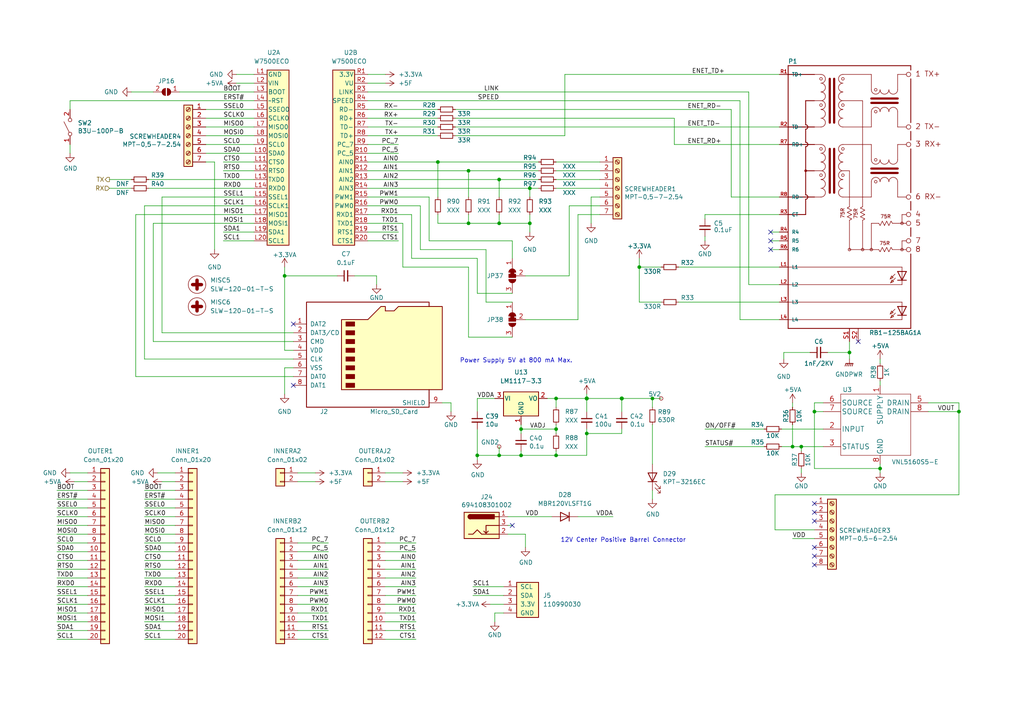
<source format=kicad_sch>
(kicad_sch (version 20211123) (generator eeschema)
  (paper "A4")
  (junction (at 135.89 64.77))
  (junction (at 170.18 125.73) (diameter 0.9144))
  (junction (at 144.78 52.07))
  (junction (at 153.67 64.77))
  (junction (at 144.78 64.77))
  (junction (at 278.13 119.38))
  (junction (at 185.42 77.47))
  (junction (at 229.87 129.54))
  (junction (at 161.29 132.08) (diameter 0.9144))
  (junction (at 189.23 115.57) (diameter 0.9144))
  (junction (at 151.13 132.08) (diameter 0.9144))
  (junction (at 153.67 54.61))
  (junction (at 82.55 80.01))
  (junction (at 236.22 119.38))
  (junction (at 151.13 124.46) (diameter 0.9144))
  (junction (at 180.34 115.57) (diameter 1.016))
  (junction (at 170.18 115.57) (diameter 1.016))
  (junction (at 232.41 129.54))
  (junction (at 246.38 102.235))
  (junction (at 161.29 124.46) (diameter 0.9144))
  (junction (at 127 46.99))
  (junction (at 161.29 115.57) (diameter 0.9144))
  (junction (at 138.43 132.08) (diameter 0.9144))
  (junction (at 144.78 132.08))
  (junction (at 135.89 49.53))
  (junction (at 255.27 135.89))
  (no_connect (at 236.22 146.05))
  (no_connect (at 236.22 148.59))
  (no_connect (at 223.52 67.31))
  (no_connect (at 223.52 69.85))
  (no_connect (at 223.52 72.39))
  (no_connect (at 85.09 93.98))
  (no_connect (at 85.09 111.76))
  (no_connect (at 236.22 151.13))
  (no_connect (at 236.22 158.75))
  (no_connect (at 148.59 152.4))
  (no_connect (at 248.92 99.06))
  (no_connect (at 236.22 161.29))
  (no_connect (at 236.22 163.83))
  (wire (pts (xy 111.76 185.42) (xy 120.65 185.42)))
  (wire (pts (xy 16.51 149.86) (xy 25.4 149.86)))
  (wire (pts (xy 111.76 139.7) (xy 116.84 139.7)))
  (wire (pts (xy 138.43 124.46) (xy 138.43 132.08)))
  (wire (pts (xy 232.41 135.89) (xy 232.41 137.16)))
  (wire (pts (xy 41.91 165.1) (xy 50.8 165.1)))
  (wire (pts (xy 16.51 165.1) (xy 25.4 165.1)))
  (wire (pts (xy 170.18 125.73) (xy 180.34 125.73)))
  (wire (pts (xy 64.77 69.85) (xy 73.66 69.85)))
  (wire (pts (xy 232.41 129.54) (xy 232.41 130.81)))
  (wire (pts (xy 111.76 160.02) (xy 120.65 160.02)))
  (wire (pts (xy 161.29 115.57) (xy 158.75 115.57)))
  (wire (pts (xy 16.51 185.42) (xy 25.4 185.42)))
  (wire (pts (xy 41.91 162.56) (xy 50.8 162.56)))
  (wire (pts (xy 171.45 57.15) (xy 171.45 64.77)))
  (wire (pts (xy 173.99 57.15) (xy 171.45 57.15)))
  (wire (pts (xy 59.69 36.83) (xy 73.66 36.83)))
  (wire (pts (xy 170.18 115.57) (xy 161.29 115.57)))
  (wire (pts (xy 240.03 102.235) (xy 246.38 102.235)))
  (wire (pts (xy 111.76 162.56) (xy 120.65 162.56)))
  (wire (pts (xy 269.24 116.84) (xy 278.13 116.84)))
  (wire (pts (xy 255.27 110.49) (xy 255.27 111.76)))
  (wire (pts (xy 16.51 167.64) (xy 25.4 167.64)))
  (wire (pts (xy 41.91 175.26) (xy 50.8 175.26)))
  (wire (pts (xy 153.67 54.61) (xy 153.67 57.15)))
  (wire (pts (xy 106.68 26.67) (xy 217.17 26.67)))
  (wire (pts (xy 217.17 26.67) (xy 217.17 82.55)))
  (wire (pts (xy 217.17 82.55) (xy 226.06 82.55)))
  (wire (pts (xy 147.32 152.4) (xy 148.59 152.4)))
  (wire (pts (xy 73.66 24.13) (xy 68.58 24.13)))
  (wire (pts (xy 204.47 62.23) (xy 204.47 63.5)))
  (wire (pts (xy 226.06 62.23) (xy 204.47 62.23)))
  (wire (pts (xy 196.85 77.47) (xy 226.06 77.47)))
  (wire (pts (xy 16.51 180.34) (xy 25.4 180.34)))
  (wire (pts (xy 189.23 115.57) (xy 191.77 115.57)))
  (wire (pts (xy 106.68 21.59) (xy 111.76 21.59)))
  (wire (pts (xy 41.91 182.88) (xy 50.8 182.88)))
  (wire (pts (xy 111.76 177.8) (xy 120.65 177.8)))
  (wire (pts (xy 106.68 57.15) (xy 124.46 57.15)))
  (wire (pts (xy 20.32 29.21) (xy 73.66 29.21)))
  (wire (pts (xy 119.38 74.93) (xy 119.38 62.23)))
  (wire (pts (xy 138.43 74.93) (xy 119.38 74.93)))
  (wire (pts (xy 138.43 85.09) (xy 138.43 74.93)))
  (wire (pts (xy 148.59 85.09) (xy 138.43 85.09)))
  (wire (pts (xy 111.76 175.26) (xy 120.65 175.26)))
  (wire (pts (xy 16.51 162.56) (xy 25.4 162.56)))
  (wire (pts (xy 16.51 152.4) (xy 25.4 152.4)))
  (wire (pts (xy 151.13 124.46) (xy 151.13 123.19)))
  (wire (pts (xy 68.58 21.59) (xy 73.66 21.59)))
  (wire (pts (xy 43.18 54.61) (xy 73.66 54.61)))
  (wire (pts (xy 41.91 185.42) (xy 50.8 185.42)))
  (wire (pts (xy 106.68 39.37) (xy 127 39.37)))
  (wire (pts (xy 132.08 39.37) (xy 163.83 39.37)))
  (wire (pts (xy 45.72 137.16) (xy 50.8 137.16)))
  (wire (pts (xy 138.43 132.08) (xy 144.78 132.08)))
  (wire (pts (xy 147.32 149.86) (xy 160.02 149.86)))
  (wire (pts (xy 144.78 62.23) (xy 144.78 64.77)))
  (wire (pts (xy 246.38 99.06) (xy 246.38 102.235)))
  (wire (pts (xy 246.38 102.235) (xy 246.38 104.14)))
  (wire (pts (xy 41.91 59.69) (xy 73.66 59.69)))
  (wire (pts (xy 41.91 104.14) (xy 41.91 59.69)))
  (wire (pts (xy 85.09 104.14) (xy 41.91 104.14)))
  (wire (pts (xy 143.51 115.57) (xy 138.43 115.57)))
  (wire (pts (xy 86.36 162.56) (xy 95.25 162.56)))
  (wire (pts (xy 106.68 46.99) (xy 127 46.99)))
  (wire (pts (xy 127 46.99) (xy 156.21 46.99)))
  (wire (pts (xy 161.29 124.46) (xy 161.29 125.73)))
  (wire (pts (xy 41.91 144.78) (xy 50.8 144.78)))
  (wire (pts (xy 163.83 21.59) (xy 163.83 39.37)))
  (wire (pts (xy 163.83 21.59) (xy 226.06 21.59)))
  (wire (pts (xy 111.76 137.16) (xy 116.84 137.16)))
  (wire (pts (xy 151.13 124.46) (xy 151.13 125.73)))
  (wire (pts (xy 86.36 180.34) (xy 95.25 180.34)))
  (wire (pts (xy 111.76 157.48) (xy 120.65 157.48)))
  (wire (pts (xy 16.51 172.72) (xy 25.4 172.72)))
  (wire (pts (xy 204.47 68.58) (xy 204.47 69.85)))
  (wire (pts (xy 44.45 64.77) (xy 73.66 64.77)))
  (wire (pts (xy 44.45 99.06) (xy 44.45 64.77)))
  (wire (pts (xy 85.09 99.06) (xy 44.45 99.06)))
  (wire (pts (xy 167.64 62.23) (xy 167.64 92.71)))
  (wire (pts (xy 167.64 92.71) (xy 152.4 92.71)))
  (wire (pts (xy 173.99 62.23) (xy 167.64 62.23)))
  (wire (pts (xy 229.87 123.19) (xy 229.87 129.54)))
  (wire (pts (xy 153.67 64.77) (xy 153.67 67.31)))
  (wire (pts (xy 106.68 29.21) (xy 214.63 29.21)))
  (wire (pts (xy 214.63 92.71) (xy 214.63 29.21)))
  (wire (pts (xy 214.63 92.71) (xy 226.06 92.71)))
  (wire (pts (xy 62.23 46.99) (xy 59.69 46.99)))
  (wire (pts (xy 62.23 72.39) (xy 62.23 46.99)))
  (wire (pts (xy 52.07 26.67) (xy 73.66 26.67)))
  (wire (pts (xy 167.64 149.86) (xy 177.8 149.86)))
  (wire (pts (xy 16.51 147.32) (xy 25.4 147.32)))
  (wire (pts (xy 224.79 143.51) (xy 224.79 153.67)))
  (wire (pts (xy 278.13 119.38) (xy 278.13 143.51)))
  (wire (pts (xy 278.13 143.51) (xy 224.79 143.51)))
  (wire (pts (xy 116.84 64.77) (xy 116.84 77.47)))
  (wire (pts (xy 116.84 77.47) (xy 135.89 77.47)))
  (wire (pts (xy 135.89 77.47) (xy 135.89 97.79)))
  (wire (pts (xy 135.89 97.79) (xy 148.59 97.79)))
  (wire (pts (xy 41.91 167.64) (xy 50.8 167.64)))
  (wire (pts (xy 185.42 74.93) (xy 185.42 77.47)))
  (wire (pts (xy 106.68 34.29) (xy 127 34.29)))
  (wire (pts (xy 229.87 156.21) (xy 236.22 156.21)))
  (wire (pts (xy 161.29 130.81) (xy 161.29 132.08)))
  (wire (pts (xy 161.29 132.08) (xy 170.18 132.08)))
  (wire (pts (xy 143.51 177.8) (xy 143.51 180.34)))
  (wire (pts (xy 223.52 72.39) (xy 226.06 72.39)))
  (wire (pts (xy 226.06 67.31) (xy 223.52 67.31)))
  (wire (pts (xy 16.51 142.24) (xy 25.4 142.24)))
  (wire (pts (xy 25.4 139.7) (xy 21.59 139.7)))
  (wire (pts (xy 180.34 119.38) (xy 180.34 115.57)))
  (wire (pts (xy 86.36 137.16) (xy 91.44 137.16)))
  (wire (pts (xy 41.91 177.8) (xy 50.8 177.8)))
  (wire (pts (xy 152.4 154.94) (xy 152.4 158.75)))
  (wire (pts (xy 269.24 119.38) (xy 278.13 119.38)))
  (wire (pts (xy 278.13 119.38) (xy 278.13 116.84)))
  (wire (pts (xy 106.68 67.31) (xy 115.57 67.31)))
  (wire (pts (xy 41.91 152.4) (xy 50.8 152.4)))
  (wire (pts (xy 86.36 170.18) (xy 95.25 170.18)))
  (wire (pts (xy 255.27 134.62) (xy 255.27 135.89)))
  (wire (pts (xy 255.27 135.89) (xy 255.27 137.16)))
  (wire (pts (xy 86.36 175.26) (xy 95.25 175.26)))
  (wire (pts (xy 111.76 172.72) (xy 120.65 172.72)))
  (wire (pts (xy 16.51 154.94) (xy 25.4 154.94)))
  (wire (pts (xy 41.91 157.48) (xy 50.8 157.48)))
  (wire (pts (xy 137.16 170.18) (xy 146.05 170.18)))
  (wire (pts (xy 106.68 31.75) (xy 127 31.75)))
  (wire (pts (xy 41.91 142.24) (xy 50.8 142.24)))
  (wire (pts (xy 135.89 62.23) (xy 135.89 64.77)))
  (wire (pts (xy 180.34 125.73) (xy 180.34 124.46)))
  (wire (pts (xy 227.33 102.235) (xy 227.33 104.14)))
  (wire (pts (xy 234.95 102.235) (xy 227.33 102.235)))
  (wire (pts (xy 106.68 24.13) (xy 111.76 24.13)))
  (wire (pts (xy 161.29 49.53) (xy 173.99 49.53)))
  (wire (pts (xy 212.09 31.75) (xy 212.09 57.15)))
  (wire (pts (xy 212.09 57.15) (xy 226.06 57.15)))
  (wire (pts (xy 144.78 132.08) (xy 151.13 132.08)))
  (wire (pts (xy 16.51 157.48) (xy 25.4 157.48)))
  (wire (pts (xy 31.75 54.61) (xy 38.1 54.61)))
  (wire (pts (xy 16.51 170.18) (xy 25.4 170.18)))
  (wire (pts (xy 196.85 87.63) (xy 226.06 87.63)))
  (wire (pts (xy 130.81 116.84) (xy 128.27 116.84)))
  (wire (pts (xy 130.81 119.38) (xy 130.81 116.84)))
  (wire (pts (xy 41.91 180.34) (xy 50.8 180.34)))
  (wire (pts (xy 223.52 69.85) (xy 226.06 69.85)))
  (wire (pts (xy 152.4 80.01) (xy 165.1 80.01)))
  (wire (pts (xy 165.1 59.69) (xy 173.99 59.69)))
  (wire (pts (xy 165.1 80.01) (xy 165.1 59.69)))
  (wire (pts (xy 170.18 115.57) (xy 170.18 114.3)))
  (wire (pts (xy 64.77 46.99) (xy 73.66 46.99)))
  (wire (pts (xy 86.36 165.1) (xy 95.25 165.1)))
  (wire (pts (xy 189.23 115.57) (xy 189.23 118.11)))
  (wire (pts (xy 41.91 160.02) (xy 50.8 160.02)))
  (wire (pts (xy 170.18 132.08) (xy 170.18 125.73)))
  (wire (pts (xy 38.1 26.67) (xy 44.45 26.67)))
  (wire (pts (xy 127 36.83) (xy 106.68 36.83)))
  (wire (pts (xy 132.08 36.83) (xy 226.06 36.83)))
  (wire (pts (xy 111.76 182.88) (xy 120.65 182.88)))
  (wire (pts (xy 41.91 149.86) (xy 50.8 149.86)))
  (wire (pts (xy 20.32 137.16) (xy 25.4 137.16)))
  (wire (pts (xy 204.47 124.46) (xy 221.615 124.46)))
  (wire (pts (xy 226.695 124.46) (xy 238.76 124.46)))
  (wire (pts (xy 147.32 154.94) (xy 152.4 154.94)))
  (wire (pts (xy 43.18 52.07) (xy 73.66 52.07)))
  (wire (pts (xy 111.76 167.64) (xy 120.65 167.64)))
  (wire (pts (xy 132.08 31.75) (xy 212.09 31.75)))
  (wire (pts (xy 224.79 153.67) (xy 236.22 153.67)))
  (wire (pts (xy 86.36 160.02) (xy 95.25 160.02)))
  (wire (pts (xy 170.18 119.38) (xy 170.18 115.57)))
  (wire (pts (xy 229.87 116.84) (xy 229.87 118.11)))
  (wire (pts (xy 64.77 67.31) (xy 73.66 67.31)))
  (wire (pts (xy 137.16 172.72) (xy 146.05 172.72)))
  (wire (pts (xy 16.51 160.02) (xy 25.4 160.02)))
  (wire (pts (xy 161.29 123.19) (xy 161.29 124.46)))
  (wire (pts (xy 59.69 44.45) (xy 73.66 44.45)))
  (wire (pts (xy 124.46 57.15) (xy 124.46 69.85)))
  (wire (pts (xy 124.46 69.85) (xy 148.59 69.85)))
  (wire (pts (xy 148.59 69.85) (xy 148.59 74.93)))
  (wire (pts (xy 106.68 41.91) (xy 115.57 41.91)))
  (wire (pts (xy 142.24 175.26) (xy 146.05 175.26)))
  (wire (pts (xy 161.29 52.07) (xy 173.99 52.07)))
  (wire (pts (xy 111.76 170.18) (xy 120.65 170.18)))
  (wire (pts (xy 82.55 80.01) (xy 82.55 101.6)))
  (wire (pts (xy 82.55 101.6) (xy 85.09 101.6)))
  (wire (pts (xy 161.29 46.99) (xy 173.99 46.99)))
  (wire (pts (xy 31.75 52.07) (xy 38.1 52.07)))
  (wire (pts (xy 106.68 44.45) (xy 115.57 44.45)))
  (wire (pts (xy 180.34 115.57) (xy 170.18 115.57)))
  (wire (pts (xy 135.89 49.53) (xy 135.89 57.15)))
  (wire (pts (xy 86.36 172.72) (xy 95.25 172.72)))
  (wire (pts (xy 146.05 177.8) (xy 143.51 177.8)))
  (wire (pts (xy 64.77 49.53) (xy 73.66 49.53)))
  (wire (pts (xy 111.76 180.34) (xy 120.65 180.34)))
  (wire (pts (xy 59.69 41.91) (xy 73.66 41.91)))
  (wire (pts (xy 102.87 80.01) (xy 109.22 80.01)))
  (wire (pts (xy 109.22 80.01) (xy 109.22 82.55)))
  (wire (pts (xy 132.08 34.29) (xy 195.58 34.29)))
  (wire (pts (xy 195.58 34.29) (xy 195.58 41.91)))
  (wire (pts (xy 59.69 39.37) (xy 73.66 39.37)))
  (wire (pts (xy 144.78 52.07) (xy 144.78 57.15)))
  (wire (pts (xy 185.42 77.47) (xy 185.42 87.63)))
  (wire (pts (xy 191.77 77.47) (xy 185.42 77.47)))
  (wire (pts (xy 191.77 87.63) (xy 185.42 87.63)))
  (wire (pts (xy 151.13 130.81) (xy 151.13 132.08)))
  (wire (pts (xy 82.55 77.47) (xy 82.55 80.01)))
  (wire (pts (xy 16.51 144.78) (xy 25.4 144.78)))
  (wire (pts (xy 161.29 124.46) (xy 151.13 124.46)))
  (wire (pts (xy 59.69 34.29) (xy 73.66 34.29)))
  (wire (pts (xy 106.68 69.85) (xy 115.57 69.85)))
  (wire (pts (xy 16.51 182.88) (xy 25.4 182.88)))
  (wire (pts (xy 82.55 106.68) (xy 85.09 106.68)))
  (wire (pts (xy 41.91 147.32) (xy 50.8 147.32)))
  (wire (pts (xy 161.29 115.57) (xy 161.29 118.11)))
  (wire (pts (xy 121.92 59.69) (xy 121.92 72.39)))
  (wire (pts (xy 121.92 72.39) (xy 140.97 72.39)))
  (wire (pts (xy 140.97 72.39) (xy 140.97 87.63)))
  (wire (pts (xy 140.97 87.63) (xy 148.59 87.63)))
  (wire (pts (xy 16.51 175.26) (xy 25.4 175.26)))
  (wire (pts (xy 111.76 165.1) (xy 120.65 165.1)))
  (wire (pts (xy 204.47 129.54) (xy 221.615 129.54)))
  (wire (pts (xy 226.695 129.54) (xy 229.87 129.54)))
  (wire (pts (xy 229.87 129.54) (xy 232.41 129.54)))
  (wire (pts (xy 232.41 129.54) (xy 238.76 129.54)))
  (wire (pts (xy 41.91 170.18) (xy 50.8 170.18)))
  (wire (pts (xy 86.36 182.88) (xy 95.25 182.88)))
  (wire (pts (xy 255.27 104.14) (xy 255.27 105.41)))
  (wire (pts (xy 50.8 139.7) (xy 46.99 139.7)))
  (wire (pts (xy 161.29 54.61) (xy 173.99 54.61)))
  (wire (pts (xy 138.43 115.57) (xy 138.43 119.38)))
  (wire (pts (xy 46.99 57.15) (xy 46.99 96.52)))
  (wire (pts (xy 46.99 96.52) (xy 85.09 96.52)))
  (wire (pts (xy 73.66 57.15) (xy 46.99 57.15)))
  (wire (pts (xy 86.36 167.64) (xy 95.25 167.64)))
  (wire (pts (xy 236.22 116.84) (xy 236.22 119.38)))
  (wire (pts (xy 236.22 119.38) (xy 238.76 119.38)))
  (wire (pts (xy 238.76 116.84) (xy 236.22 116.84)))
  (wire (pts (xy 195.58 41.91) (xy 226.06 41.91)))
  (wire (pts (xy 16.51 177.8) (xy 25.4 177.8)))
  (wire (pts (xy 138.43 132.08) (xy 138.43 133.35)))
  (wire (pts (xy 161.29 132.08) (xy 151.13 132.08)))
  (wire (pts (xy 106.68 49.53) (xy 135.89 49.53)))
  (wire (pts (xy 135.89 49.53) (xy 156.21 49.53)))
  (wire (pts (xy 127 46.99) (xy 127 57.15)))
  (wire (pts (xy 59.69 31.75) (xy 73.66 31.75)))
  (wire (pts (xy 189.23 115.57) (xy 180.34 115.57)))
  (wire (pts (xy 189.23 123.19) (xy 189.23 134.62)))
  (wire (pts (xy 86.36 177.8) (xy 95.25 177.8)))
  (wire (pts (xy 236.22 119.38) (xy 236.22 135.89)))
  (wire (pts (xy 236.22 135.89) (xy 255.27 135.89)))
  (wire (pts (xy 170.18 124.46) (xy 170.18 125.73)))
  (wire (pts (xy 106.68 62.23) (xy 119.38 62.23)))
  (wire (pts (xy 106.68 59.69) (xy 121.92 59.69)))
  (wire (pts (xy 86.36 157.48) (xy 95.25 157.48)))
  (wire (pts (xy 41.91 154.94) (xy 50.8 154.94)))
  (wire (pts (xy 82.55 80.01) (xy 97.79 80.01)))
  (wire (pts (xy 86.36 185.42) (xy 95.25 185.42)))
  (wire (pts (xy 106.68 52.07) (xy 144.78 52.07)))
  (wire (pts (xy 144.78 52.07) (xy 156.21 52.07)))
  (wire (pts (xy 41.91 172.72) (xy 50.8 172.72)))
  (wire (pts (xy 106.68 64.77) (xy 116.84 64.77)))
  (wire (pts (xy 82.55 114.3) (xy 82.55 106.68)))
  (wire (pts (xy 106.68 54.61) (xy 153.67 54.61)))
  (wire (pts (xy 153.67 54.61) (xy 156.21 54.61)))
  (wire (pts (xy 127 62.23) (xy 127 64.77)))
  (wire (pts (xy 127 64.77) (xy 135.89 64.77)))
  (wire (pts (xy 135.89 64.77) (xy 144.78 64.77)))
  (wire (pts (xy 144.78 64.77) (xy 153.67 64.77)))
  (wire (pts (xy 153.67 64.77) (xy 153.67 62.23)))
  (wire (pts (xy 39.37 62.23) (xy 39.37 109.22)))
  (wire (pts (xy 39.37 109.22) (xy 85.09 109.22)))
  (wire (pts (xy 73.66 62.23) (xy 39.37 62.23)))
  (wire (pts (xy 20.32 41.91) (xy 20.32 44.45)))
  (wire (pts (xy 86.36 139.7) (xy 91.44 139.7)))
  (wire (pts (xy 20.32 29.21) (xy 20.32 31.75)))
  (wire (pts (xy 144.78 129.54) (xy 144.78 132.08)))
  (wire (pts (xy 189.23 142.24) (xy 189.23 144.78)))
  (text "12V Center Positive Barrel Connector" (at 162.56 157.48 0) (effects (font (size 1.27 1.27)) (justify left bottom)))
  (text "Power Supply 5V at 800 mA Max." (at 133.35 105.41 0) (effects (font (size 1.27 1.27)) (justify left bottom)))
  (label "RTS1" (at 95.25 182.88 180))
  (label "TXD1" (at 95.25 180.34 180))
  (label "SDA1" (at 137.16 172.72 0))
  (label "ON{slash}OFF#" (at 204.47 124.46 0))
  (label "SDA1" (at 64.77 67.31 0))
  (label "RXD0" (at 41.91 170.18 0))
  (label "SCLK0" (at 16.51 149.86 0))
  (label "SSEL1" (at 16.51 172.72 0))
  (label "MISO0" (at 41.91 152.4 0))
  (label "TX-" (at 115.57 36.83 180))
  (label "RTS0" (at 64.77 49.53 0))
  (label "BOOT" (at 16.51 142.24 0))
  (label "MOSI1" (at 64.77 64.77 0))
  (label "ERST#" (at 64.77 29.21 0))
  (label "SDA0" (at 16.51 160.02 0))
  (label "CTS1" (at 115.57 69.85 180))
  (label "SCLK1" (at 16.51 175.26 0))
  (label "AIN0" (at 95.25 162.56 180))
  (label "AIN0" (at 115.57 46.99 180))
  (label "RTS0" (at 16.51 165.1 0))
  (label "BOOT" (at 41.91 142.24 0))
  (label "SDA1" (at 16.51 182.88 0))
  (label "VOUT" (at 276.86 119.38 180))
  (label "SCLK0" (at 41.91 149.86 0))
  (label "TXD0" (at 64.77 52.07 0))
  (label "CTS0" (at 41.91 162.56 0))
  (label "AIN2" (at 95.25 167.64 180))
  (label "PWM1" (at 95.25 172.72 180))
  (label "SCLK1" (at 41.91 175.26 0))
  (label "LINK" (at 144.78 26.67 180))
  (label "VDDA" (at 138.43 115.57 0))
  (label "CTS1" (at 95.25 185.42 180))
  (label "AIN3" (at 120.65 170.18 180))
  (label "TXD0" (at 16.51 167.64 0))
  (label "MISO1" (at 64.77 62.23 0))
  (label "CTS0" (at 16.51 162.56 0))
  (label "PWM0" (at 115.57 59.69 180))
  (label "ENET_TD+" (at 200.66 21.59 0))
  (label "RXD1" (at 95.25 177.8 180))
  (label "ENET_RD+" (at 199.39 41.91 0))
  (label "ERST#" (at 16.51 144.78 0))
  (label "TXD0" (at 41.91 167.64 0))
  (label "PWM0" (at 95.25 175.26 180))
  (label "VDD" (at 152.4 149.86 0))
  (label "SCL1" (at 137.16 170.18 0))
  (label "SDA0" (at 41.91 160.02 0))
  (label "CTS0" (at 64.77 46.99 0))
  (label "SSEL1" (at 41.91 172.72 0))
  (label "MOSI0" (at 16.51 154.94 0))
  (label "AIN1" (at 120.65 165.1 180))
  (label "SSEL0" (at 41.91 147.32 0))
  (label "PC_7" (at 95.25 157.48 180))
  (label "AIN1" (at 95.25 165.1 180))
  (label "MOSI1" (at 41.91 180.34 0))
  (label "SSEL1" (at 64.77 57.15 0))
  (label "PC_7" (at 115.57 41.91 180))
  (label "BOOT" (at 64.77 26.67 0))
  (label "MOSI0" (at 64.77 39.37 0))
  (label "RXD1" (at 115.57 62.23 180))
  (label "AIN0" (at 120.65 162.56 180))
  (label "RX-" (at 115.57 31.75 180))
  (label "AIN3" (at 115.57 54.61 180))
  (label "MOSI1" (at 16.51 180.34 0))
  (label "SCLK1" (at 64.77 59.69 0))
  (label "SCL1" (at 64.77 69.85 0))
  (label "PWM1" (at 115.57 57.15 180))
  (label "MOSI0" (at 41.91 154.94 0))
  (label "RTS0" (at 41.91 165.1 0))
  (label "RXD0" (at 16.51 170.18 0))
  (label "MISO1" (at 41.91 177.8 0))
  (label "SCLK0" (at 64.77 34.29 0))
  (label "TXD1" (at 120.65 180.34 180))
  (label "RTS1" (at 115.57 67.31 180))
  (label "RX+" (at 115.57 34.29 180))
  (label "VDD" (at 229.87 156.21 0))
  (label "SDA1" (at 41.91 182.88 0))
  (label "TX+" (at 115.57 39.37 180))
  (label "VADJ" (at 153.67 124.46 0))
  (label "CTS1" (at 120.65 185.42 180))
  (label "SCL0" (at 41.91 157.48 0))
  (label "PC_5" (at 120.65 160.02 180))
  (label "MISO1" (at 16.51 177.8 0))
  (label "SDA0" (at 64.77 44.45 0))
  (label "PC_5" (at 115.57 44.45 180))
  (label "PWM0" (at 120.65 175.26 180))
  (label "AIN3" (at 95.25 170.18 180))
  (label "AIN1" (at 115.57 49.53 180))
  (label "MISO0" (at 16.51 152.4 0))
  (label "PWM1" (at 120.65 172.72 180))
  (label "TXD1" (at 115.57 64.77 180))
  (label "PC_7" (at 120.65 157.48 180))
  (label "ENET_RD-" (at 199.39 31.75 0))
  (label "VDDA" (at 177.8 149.86 180))
  (label "ENET_TD-" (at 199.39 36.83 0))
  (label "SCL1" (at 41.91 185.42 0))
  (label "RXD1" (at 120.65 177.8 180))
  (label "AIN2" (at 115.57 52.07 180))
  (label "SCL0" (at 64.77 41.91 0))
  (label "SSEL0" (at 16.51 147.32 0))
  (label "ERST#" (at 41.91 144.78 0))
  (label "PC_5" (at 95.25 160.02 180))
  (label "SCL0" (at 16.51 157.48 0))
  (label "SPEED" (at 144.78 29.21 180))
  (label "SCL1" (at 16.51 185.42 0))
  (label "AIN2" (at 120.65 167.64 180))
  (label "SSEL0" (at 64.77 31.75 0))
  (label "MISO0" (at 64.77 36.83 0))
  (label "RXD0" (at 64.77 54.61 0))
  (label "RTS1" (at 120.65 182.88 180))
  (label "STATUS#" (at 204.47 129.54 0))
  (hierarchical_label "RX" (shape input) (at 31.75 54.61 180))
  (hierarchical_label "TX" (shape output) (at 31.75 52.07 180))
  (symbol (lib_id "power:GND") (at 143.51 180.34 0) (unit 1)
    (property "Reference" "#PWR0165" (effects hide))
    (property "Value" "GND" (at 143.51 184.15 0))
  )
  (symbol (lib_id "Device:R_Small") (at 229.87 120.65 0) (mirror y) (unit 1)
    (property "Reference" "R36" (at 227.965 120.65 90))
    (property "Value" "10K" (at 231.775 120.65 90))
    (property "Footprint" "Resistor_SMD:R_1206_3216Metric_Pad1.30x1.75mm_HandSolder" (effects hide))
  )
  (symbol (lib_id "Connector:TestPoint_Small") (at 144.78 129.54 90) (unit 1)
    (property "Reference" "GND2" (at 144.7799 128.27 90) (effects (justify left)))
    (property "Value" "DNF" (effects hide))
    (property "Footprint" "DASADSTL:PADDY" (effects hide))
  )
  (symbol (lib_id "Jumper:SolderJumper_2_Open") (at 48.26 26.67 180) (unit 1)
    (property "Reference" "JP16" (at 48.26 23.495 0))
    (property "Value" "DNF" (effects hide))
    (property "Footprint" "Jumper:SolderJumper-2_P1.3mm_Open_RoundedPad1.0x1.5mm" (effects hide))
  )
  (symbol (lib_id "Connector_Generic:Conn_01x20") (at 55.88 160.02 0) (unit 1)
    (property "Reference" "INNER1" (at 50.8 130.8099 0) (effects (justify left)))
    (property "Value" "Conn_01x20" (at 49.53 133.3499 0) (effects (justify left)))
    (property "Footprint" "Connector_PinHeader_2.54mm:PinHeader_1x20_P2.54mm_Vertical" (effects hide))
  )
  (symbol (lib_id "Connector:Screw_Terminal_01x08") (at 241.3 153.67 0) (unit 1)
    (property "Reference" "SCREWHEADER3" (at 243.332 153.8732 0) (effects (justify left)))
    (property "Value" "MPT-0,5-6-2.54" (at 243.332 156.1846 0) (effects (justify left)))
    (property "Footprint" "TerminalBlock_Phoenix:TerminalBlock_Phoenix_MPT-0,5-8-2.54_1x08_P2.54mm_Horizontal" (effects hide))
    (property "Desc" "Phoenix_MPT-0,5-6-2.54_1x06_P2.54mm_Horizontal" (effects hide))
    (property "Dist" "Farnell" (effects hide))
    (property "Dist PN" "3041426" (effects hide))
    (property "Manu" "Phoenix Contact" (effects hide))
    (property "Manu PN" "1725698" (effects hide))
  )
  (symbol (lib_id "Connector_Generic:Conn_01x02") (at 81.28 137.16 0) (mirror y) (unit 1)
    (property "Reference" "INNERA2" (at 83.312 130.81 0))
    (property "Value" "Conn_01x02" (at 83.312 133.35 0))
    (property "Footprint" "Connector_PinHeader_2.54mm:PinHeader_1x02_P2.54mm_Vertical" (effects hide))
  )
  (symbol (lib_id "power:+3.3VA") (at 142.24 175.26 90) (unit 1)
    (property "Reference" "#PWR0137" (effects hide))
    (property "Value" "+3.3VA" (at 132.08 175.2599 90) (effects (justify right)))
  )
  (symbol (lib_id "power:+5VA") (at 46.99 139.7 90) (unit 1)
    (property "Reference" "#PWR0138" (effects hide))
    (property "Value" "+5VA" (at 43.18 139.6999 90) (effects (justify left)))
  )
  (symbol (lib_id "Jumper:SolderJumper_3_Bridged12") (at 148.59 92.71 90) (mirror x) (unit 1)
    (property "Reference" "JP38" (at 146.05 92.7099 90) (effects (justify left)))
    (property "Value" "DNF" (effects hide))
    (property "Footprint" "Jumper:SolderJumper-3_P1.3mm_Bridged12_RoundedPad1.0x1.5mm" (effects hide))
  )
  (symbol (lib_id "Device:R_Small") (at 194.31 77.47 270) (mirror x) (unit 1)
    (property "Reference" "R32" (at 199.39 76.2 90))
    (property "Value" "330R" (at 189.23 78.74 90))
    (property "Footprint" "Resistor_SMD:R_1206_3216Metric_Pad1.30x1.75mm_HandSolder" (effects hide))
  )
  (symbol (lib_id "Device:R_Small") (at 144.78 59.69 0) (unit 1)
    (property "Reference" "R92" (at 147.32 58.4199 0) (effects (justify left)))
    (property "Value" "XXX" (at 147.32 60.9599 0) (effects (justify left)))
    (property "Footprint" "Resistor_SMD:R_1206_3216Metric_Pad1.30x1.75mm_HandSolder" (effects hide))
  )
  (symbol (lib_id "Device:R_Small") (at 158.75 54.61 90) (unit 1)
    (property "Reference" "R97" (at 153.67 53.34 90))
    (property "Value" "XXX" (at 165.1 55.88 90))
    (property "Footprint" "Resistor_SMD:R_1206_3216Metric_Pad1.30x1.75mm_HandSolder" (effects hide))
  )
  (symbol (lib_id "power:+3.3VA") (at 116.84 137.16 270) (unit 1)
    (property "Reference" "#PWR0142" (effects hide))
    (property "Value" "+3.3VA" (at 120.65 137.1599 90) (effects (justify left)))
  )
  (symbol (lib_id "DASADSTL:RB1-125BAG1A") (at 246.38 57.15 0) (unit 1)
    (property "Reference" "P1" (at 228.6 17.7799 0) (effects (justify left)))
    (property "Value" "RB1-125BAG1A" (at 252.095 96.5199 0) (effects (justify left)))
    (property "Footprint" "DASADSTL:WIZNET_RB1-125BAG1A" (effects hide))
    (property "MANUFACTURER" "WIZnet" (effects hide))
  )
  (symbol (lib_id "power:GND") (at 45.72 137.16 270) (unit 1)
    (property "Reference" "#PWR0157" (effects hide))
    (property "Value" "GND" (at 41.91 137.1599 90) (effects (justify right)))
  )
  (symbol (lib_id "power:+5VA") (at 170.18 114.3 0) (unit 1)
    (property "Reference" "#PWR0155" (effects hide))
    (property "Value" "+5VA" (at 167.64 110.4899 0) (effects (justify left)))
  )
  (symbol (lib_id "DASADSTL:SLW-119-01-T-S") (at 57.15 82.55 0) (unit 1)
    (property "Reference" "MISC5" (at 60.96 81.2799 0) (effects (justify left)))
    (property "Value" "SLW-120-01-T-S" (at 60.96 83.8199 0) (effects (justify left)))
    (property "Footprint" "BOM_Only_Parts:Dummy_Footprint_for_BOM" (effects hide))
    (property "Desc" "19 way 2.54mm pin socket" (effects hide))
    (property "Dist" "Farnell" (effects hide))
    (property "Dist PN" "SAMTEC" (effects hide))
    (property "Manu" "HARWIN" (effects hide))
    (property "Manu PN" "SLW-119-01-T-S" (effects hide))
  )
  (symbol (lib_id "power:+5F") (at 111.76 24.13 270) (unit 1)
    (property "Reference" "#PWR0144" (effects hide))
    (property "Value" "+5F" (at 115.57 24.1299 90) (effects (justify left)))
  )
  (symbol (lib_id "power:+5VA") (at 21.59 139.7 90) (unit 1)
    (property "Reference" "#PWR0131" (effects hide))
    (property "Value" "+5VA" (at 17.78 139.6999 90) (effects (justify left)))
  )
  (symbol (lib_id "power:GND") (at 152.4 158.75 0) (unit 1)
    (property "Reference" "#PWR0162" (effects hide))
    (property "Value" "GND" (at 152.527 163.1442 0))
  )
  (symbol (lib_id "Connector_Generic:Conn_01x02") (at 106.68 137.16 0) (mirror y) (unit 1)
    (property "Reference" "OUTERAJ2" (at 108.712 130.81 0))
    (property "Value" "Conn_01x02" (at 108.712 133.35 0))
    (property "Footprint" "Connector_PinHeader_2.54mm:PinHeader_1x02_P2.54mm_Vertical" (effects hide))
  )
  (symbol (lib_id "Device:C_Small") (at 180.34 121.92 0) (unit 1)
    (property "Reference" "C42" (at 182.6768 120.7516 0) (effects (justify left)))
    (property "Value" "0.1u" (at 182.6768 123.063 0) (effects (justify left)))
    (property "Footprint" "Capacitor_SMD:C_1206_3216Metric_Pad1.33x1.80mm_HandSolder" (effects hide))
    (property "Desc" "SMD Capacitor 0.1uF, 1206 footprint" (effects hide))
    (property "Dist" "Farnell" (effects hide))
    (property "Dist PN" "9406557" (effects hide))
    (property "Manu" "MULTICOMP PRO" (effects hide))
    (property "Manu PN" "MCU1206R104KCT" (effects hide))
  )
  (symbol (lib_id "power:GND") (at 20.32 137.16 270) (unit 1)
    (property "Reference" "#PWR0154" (effects hide))
    (property "Value" "GND" (at 16.51 137.1599 90) (effects (justify right)))
  )
  (symbol (lib_id "power:+5F") (at 116.84 139.7 270) (unit 1)
    (property "Reference" "#PWR0153" (effects hide))
    (property "Value" "+5F" (at 120.65 139.6999 90) (effects (justify left)))
  )
  (symbol (lib_id "Device:R_Small") (at 232.41 133.35 0) (mirror y) (unit 1)
    (property "Reference" "R37" (at 230.505 133.35 90))
    (property "Value" "10K" (at 234.315 133.35 90))
    (property "Footprint" "Resistor_SMD:R_1206_3216Metric_Pad1.30x1.75mm_HandSolder" (effects hide))
  )
  (symbol (lib_id "Device:R_Small") (at 224.155 129.54 270) (mirror x) (unit 1)
    (property "Reference" "R35" (at 219.71 128.27 90))
    (property "Value" "10K" (at 224.155 131.445 90))
    (property "Footprint" "Resistor_SMD:R_1206_3216Metric_Pad1.30x1.75mm_HandSolder" (effects hide))
  )
  (symbol (lib_id "Device:R_Small") (at 189.23 120.65 0) (unit 1)
    (property "Reference" "R89" (at 190.7286 119.4816 0) (effects (justify left)))
    (property "Value" "630R" (at 190.7286 121.793 0) (effects (justify left)))
    (property "Footprint" "Resistor_SMD:R_1206_3216Metric_Pad1.30x1.75mm_HandSolder" (effects hide))
    (property "Desc" "SMD Resistor, 1206 Footprint, 100R" (effects hide))
    (property "Dist" "Farnell" (effects hide))
    (property "Dist PN" "2447454" (effects hide))
    (property "Manu PN" "MCWR12X1000FTL" (effects hide))
  )
  (symbol (lib_id "Device:R_Small") (at 127 59.69 0) (unit 1)
    (property "Reference" "R90" (at 129.54 58.4199 0) (effects (justify left)))
    (property "Value" "XXX" (at 129.54 60.9599 0) (effects (justify left)))
    (property "Footprint" "Resistor_SMD:R_1206_3216Metric_Pad1.30x1.75mm_HandSolder" (effects hide))
  )
  (symbol (lib_id "Device:D") (at 163.83 149.86 180) (unit 1)
    (property "Reference" "D28" (at 163.83 143.51 0))
    (property "Value" "MBR120VLSFT1G" (at 163.83 146.05 0))
    (property "Footprint" "Diode_SMD:D_SOD-123F" (effects hide))
  )
  (symbol (lib_id "power:GND") (at 20.32 44.45 0) (unit 1)
    (property "Reference" "#PWR0140" (effects hide))
    (property "Value" "GND" (at 20.447 48.8442 0))
  )
  (symbol (lib_id "power:+3.3VA") (at 91.44 137.16 270) (unit 1)
    (property "Reference" "#PWR0151" (effects hide))
    (property "Value" "+3.3VA" (at 95.25 137.1599 90) (effects (justify left)))
  )
  (symbol (lib_id "Device:R_Small") (at 129.54 34.29 90) (unit 1)
    (property "Reference" "R29" (at 124.46 33.02 90))
    (property "Value" "33R" (at 134.62 35.56 90))
    (property "Footprint" "Resistor_SMD:R_1206_3216Metric_Pad1.30x1.75mm_HandSolder" (effects hide))
  )
  (symbol (lib_id "power:GND") (at 189.23 144.78 0) (unit 1)
    (property "Reference" "#PWR0156" (effects hide))
    (property "Value" "GND" (at 189.357 149.1742 0))
  )
  (symbol (lib_id "Device:LED") (at 189.23 138.43 90) (unit 1)
    (property "Reference" "D29" (at 192.2272 137.4394 90) (effects (justify right)))
    (property "Value" "KPT-3216EC" (at 192.2272 139.7508 90) (effects (justify right)))
    (property "Footprint" "LED_SMD:LED_1206_3216Metric_Pad1.42x1.75mm_HandSolder" (effects hide))
    (property "Desc" "SMD LED, 1206 Footprint, Red" (effects hide))
    (property "Dist" "Farnell" (effects hide))
    (property "Dist PN" "2099245" (effects hide))
    (property "Manu" "Kingbright" (effects hide))
    (property "Manu PN" "KPT-3216EC" (effects hide))
  )
  (symbol (lib_id "Device:R_Small") (at 161.29 128.27 0) (unit 1)
    (property "Reference" "R88" (at 163.83 126.9999 0) (effects (justify left)))
    (property "Value" "XXX" (at 163.83 129.5399 0) (effects (justify left)))
    (property "Footprint" "Resistor_SMD:R_1206_3216Metric_Pad1.30x1.75mm_HandSolder" (effects hide))
  )
  (symbol (lib_id "power:+5VA") (at 68.58 24.13 90) (unit 1)
    (property "Reference" "#PWR0135" (effects hide))
    (property "Value" "+5VA" (at 64.77 24.1299 90) (effects (justify left)))
  )
  (symbol (lib_id "Connector_Generic:Conn_01x12") (at 81.28 170.18 0) (mirror y) (unit 1)
    (property "Reference" "INNERB2" (at 83.312 151.13 0))
    (property "Value" "Conn_01x12" (at 83.312 153.67 0))
    (property "Footprint" "Connector_PinHeader_2.54mm:PinHeader_1x12_P2.54mm_Vertical" (effects hide))
  )
  (symbol (lib_id "Device:R_Small") (at 161.29 120.65 0) (unit 1)
    (property "Reference" "R87" (at 163.83 119.3799 0) (effects (justify left)))
    (property "Value" "XXX" (at 163.83 121.9199 0) (effects (justify left)))
    (property "Footprint" "Resistor_SMD:R_1206_3216Metric_Pad1.30x1.75mm_HandSolder" (effects hide))
  )
  (symbol (lib_id "power:+3.3VA") (at 111.76 21.59 270) (unit 1)
    (property "Reference" "#PWR0150" (effects hide))
    (property "Value" "+3.3VA" (at 115.57 21.5899 90) (effects (justify left)))
  )
  (symbol (lib_id "power:+5F") (at 91.44 139.7 270) (unit 1)
    (property "Reference" "#PWR0148" (effects hide))
    (property "Value" "+5F" (at 95.25 139.6999 90) (effects (justify left)))
  )
  (symbol (lib_id "power:GND") (at 153.67 67.31 0) (unit 1)
    (property "Reference" "#PWR0199" (effects hide))
    (property "Value" "GND" (at 153.67 72.39 0))
  )
  (symbol (lib_id "power:GND") (at 204.47 69.85 0) (unit 1)
    (property "Reference" "#PWR0141" (effects hide))
    (property "Value" "GND" (at 204.47 73.66 0))
  )
  (symbol (lib_id "Device:C_Small") (at 170.18 121.92 0) (unit 1)
    (property "Reference" "C41" (at 172.5168 120.7516 0) (effects (justify left)))
    (property "Value" "100u" (at 172.5168 123.063 0) (effects (justify left)))
    (property "Footprint" "Capacitor_SMD:C_1206_3216Metric_Pad1.33x1.80mm_HandSolder" (effects hide))
    (property "Desc" "SMD Capacitor 10uF, 1206 footprint" (effects hide))
    (property "Dist" "Farnell" (effects hide))
    (property "Manu" "MULTICOMP PRO" (effects hide))
    (property "Manu PN" "MC1206X107K250CT" (effects hide))
  )
  (symbol (lib_id "Device:R_Small") (at 194.31 87.63 270) (mirror x) (unit 1)
    (property "Reference" "R33" (at 199.39 86.36 90))
    (property "Value" "330R" (at 189.23 88.9 90))
    (property "Footprint" "Resistor_SMD:R_1206_3216Metric_Pad1.30x1.75mm_HandSolder" (effects hide))
  )
  (symbol (lib_id "Connector_Generic:Conn_01x20") (at 30.48 160.02 0) (unit 1)
    (property "Reference" "OUTER1" (at 25.4 130.8099 0) (effects (justify left)))
    (property "Value" "Conn_01x20" (at 24.13 133.3499 0) (effects (justify left)))
    (property "Footprint" "Connector_PinHeader_2.54mm:PinHeader_1x20_P2.54mm_Vertical" (effects hide))
  )
  (symbol (lib_id "Device:C_Small") (at 100.33 80.01 90) (unit 1)
    (property "Reference" "C7" (at 100.33 73.66 90))
    (property "Value" "0.1uF" (at 100.33 76.2 90))
    (property "Footprint" "Capacitor_SMD:C_1206_3216Metric_Pad1.33x1.80mm_HandSolder" (effects hide))
  )
  (symbol (lib_id "DASADSTL:110990030") (at 151.13 172.72 0) (unit 1)
    (property "Reference" "J5" (at 157.48 172.7199 0) (effects (justify left)))
    (property "Value" "110990030" (at 157.48 175.2599 0) (effects (justify left)))
    (property "Footprint" "DASADSTL:SEEED_110990030" (effects hide))
    (property "Datasheet" "https://statics3.seeedstudio.com/images/opl/datasheet/3470130P1.pdf" (effects hide))
    (property "Manu PN" "110990030" (effects hide))
    (property "Manu" "Seeed Studio" (effects hide))
    (property "Desc" "Seed Studio Accessories - Universal 4 Pin Connector (Pack of 10)" (effects hide))
    (property "Dist PN" "713-110990030 " (effects hide))
    (property "Dist" "Mouser" (effects hide))
  )
  (symbol (lib_id "Device:R_Small") (at 40.64 52.07 270) (mirror x) (unit 1)
    (property "Reference" "R39" (at 45.72 50.8 90))
    (property "Value" "DNF" (at 35.56 53.34 90))
    (property "Footprint" "Resistor_SMD:R_1206_3216Metric_Pad1.30x1.75mm_HandSolder" (effects hide))
  )
  (symbol (lib_id "Connector:Screw_Terminal_01x07") (at 179.07 54.61 0) (unit 1)
    (property "Reference" "SCREWHEADER1" (at 181.102 54.8132 0) (effects (justify left)))
    (property "Value" "MPT-0,5-7-2.54" (at 181.102 57.1246 0) (effects (justify left)))
    (property "Footprint" "TerminalBlock_Phoenix:TerminalBlock_Phoenix_MPT-0,5-7-2.54_1x07_P2.54mm_Horizontal" (effects hide))
    (property "Desc" "Phoenix_MPT-0,5-7-2.54_1x07_P2.54mm_Horizontal" (effects hide))
    (property "Dist" "Farnell" (effects hide))
    (property "Dist PN" "3041426" (effects hide))
    (property "Manu" "Phoenix Contact" (effects hide))
    (property "Manu PN" "1725698" (effects hide))
  )
  (symbol (lib_id "power:+5VA") (at 255.27 104.14 0) (unit 1)
    (property "Reference" "#PWR0164" (effects hide))
    (property "Value" "+5VA" (at 252.73 100.3299 0) (effects (justify left)))
  )
  (symbol (lib_id "Device:R_Small") (at 153.67 59.69 0) (unit 1)
    (property "Reference" "R93" (at 156.21 58.4199 0) (effects (justify left)))
    (property "Value" "XXX" (at 156.21 60.9599 0) (effects (justify left)))
    (property "Footprint" "Resistor_SMD:R_1206_3216Metric_Pad1.30x1.75mm_HandSolder" (effects hide))
  )
  (symbol (lib_id "Device:C_Small") (at 237.49 102.235 90) (unit 1)
    (property "Reference" "C6" (at 237.49 99.06 90))
    (property "Value" "1nF/2KV" (at 237.49 105.41 90))
    (property "Footprint" "Capacitor_SMD:C_1206_3216Metric_Pad1.33x1.80mm_HandSolder" (effects hide))
  )
  (symbol (lib_id "DASADSTL:W7500ECO ") (at 78.74 44.45 0) (unit 1)
    (property "Reference" "U2" (at 77.47 15.2399 0) (effects (justify left)))
    (property "Value" "W7500ECO " (at 73.66 17.7799 0) (effects (justify left)))
    (property "Footprint" "DASADSTL:W7500ECO" (effects hide))
    (property "Datasheet" "https://docs.wiznet.io/Product/Mbed-WIZwiki-Platform/WIZwiki-W7500ECO/overview" (effects hide))
  )
  (symbol (lib_id "Device:R_Small") (at 129.54 31.75 90) (unit 1)
    (property "Reference" "R28" (at 124.46 30.48 90))
    (property "Value" "33R" (at 134.62 33.02 90))
    (property "Footprint" "Resistor_SMD:R_1206_3216Metric_Pad1.30x1.75mm_HandSolder" (effects hide))
  )
  (symbol (lib_id "Device:R_Small") (at 224.155 124.46 270) (mirror x) (unit 1)
    (property "Reference" "R34" (at 219.71 123.19 90))
    (property "Value" "10K" (at 224.155 126.365 90))
    (property "Footprint" "Resistor_SMD:R_1206_3216Metric_Pad1.30x1.75mm_HandSolder" (effects hide))
  )
  (symbol (lib_id "Device:R_Small") (at 158.75 46.99 90) (unit 1)
    (property "Reference" "R94" (at 153.67 45.72 90))
    (property "Value" "XXX" (at 165.1 48.26 90))
    (property "Footprint" "Resistor_SMD:R_1206_3216Metric_Pad1.30x1.75mm_HandSolder" (effects hide))
  )
  (symbol (lib_id "power:GND") (at 171.45 64.77 0) (unit 1)
    (property "Reference" "#PWR0198" (effects hide))
    (property "Value" "GND" (at 171.45 69.85 0))
  )
  (symbol (lib_id "Device:R_Small") (at 158.75 52.07 90) (unit 1)
    (property "Reference" "R96" (at 153.67 50.8 90))
    (property "Value" "XXX" (at 165.1 53.34 90))
    (property "Footprint" "Resistor_SMD:R_1206_3216Metric_Pad1.30x1.75mm_HandSolder" (effects hide))
  )
  (symbol (lib_id "power:GNDPWR") (at 246.38 104.14 0) (unit 1)
    (property "Reference" "#PWR0146" (effects hide))
    (property "Value" "GNDPWR" (at 246.253 108.585 0))
  )
  (symbol (lib_id "power:GND") (at 82.55 114.3 0) (unit 1)
    (property "Reference" "#PWR0149" (effects hide))
    (property "Value" "GND" (at 82.55 119.38 0))
  )
  (symbol (lib_id "power:GND") (at 255.27 137.16 0) (unit 1)
    (property "Reference" "#PWR0160" (effects hide))
    (property "Value" "GND" (at 255.27 140.97 0))
  )
  (symbol (lib_id "Device:C_Small") (at 151.13 128.27 0) (unit 1)
    (property "Reference" "C40" (at 153.4668 127.1016 0) (effects (justify left)))
    (property "Value" "0.1u" (at 153.4668 129.413 0) (effects (justify left)))
    (property "Footprint" "Capacitor_SMD:C_1206_3216Metric_Pad1.33x1.80mm_HandSolder" (effects hide))
    (property "Desc" "SMD Capacitor 0.1uF, 1206 footprint" (effects hide))
    (property "Dist" "Farnell" (effects hide))
    (property "Dist PN" "9406557" (effects hide))
    (property "Manu" "MULTICOMP PRO" (effects hide))
    (property "Manu PN" "MCU1206R104KCT" (effects hide))
  )
  (symbol (lib_id "power:+5VA") (at 229.87 116.84 0) (unit 1)
    (property "Reference" "#PWR0161" (effects hide))
    (property "Value" "+5VA" (at 227.33 113.0299 0) (effects (justify left)))
  )
  (symbol (lib_id "Regulator_Linear:LM1117-3.3") (at 151.13 115.57 0) (unit 1)
    (property "Reference" "U13" (at 151.13 107.95 0))
    (property "Value" "LM1117-3.3" (at 151.13 110.49 0))
    (property "Footprint" "Package_TO_SOT_SMD:SOT-223-3_TabPin2" (effects hide))
    (property "Datasheet" "http://www.ti.com/lit/ds/symlink/lm1117.pdf" (effects hide))
  )
  (symbol (lib_id "Device:R_Small") (at 158.75 49.53 90) (unit 1)
    (property "Reference" "R95" (at 153.67 48.26 90))
    (property "Value" "XXX" (at 165.1 50.8 90))
    (property "Footprint" "Resistor_SMD:R_1206_3216Metric_Pad1.30x1.75mm_HandSolder" (effects hide))
  )
  (symbol (lib_id "Connector:Screw_Terminal_01x07") (at 54.61 39.37 0) (mirror y) (unit 1)
    (property "Reference" "SCREWHEADER4" (at 52.578 39.5732 0) (effects (justify left)))
    (property "Value" "MPT-0,5-7-2.54" (at 52.578 41.8846 0) (effects (justify left)))
    (property "Footprint" "TerminalBlock_Phoenix:TerminalBlock_Phoenix_MPT-0,5-7-2.54_1x07_P2.54mm_Horizontal" (effects hide))
    (property "Desc" "Phoenix_MPT-0,5-7-2.54_1x07_P2.54mm_Horizontal" (effects hide))
    (property "Dist" "Farnell" (effects hide))
    (property "Dist PN" "3041426" (effects hide))
    (property "Manu" "Phoenix Contact" (effects hide))
    (property "Manu PN" "1725698" (effects hide))
  )
  (symbol (lib_id "Jumper:SolderJumper_3_Bridged12") (at 148.59 80.01 90) (mirror x) (unit 1)
    (property "Reference" "JP37" (at 146.05 80.0099 90) (effects (justify left)))
    (property "Value" "DNF" (effects hide))
    (property "Footprint" "Jumper:SolderJumper-3_P1.3mm_Bridged12_RoundedPad1.0x1.5mm" (effects hide))
  )
  (symbol (lib_id "power:GND") (at 138.43 133.35 0) (unit 1)
    (property "Reference" "#PWR0163" (effects hide))
    (property "Value" "GND" (at 138.557 137.7442 0))
  )
  (symbol (lib_id "Connector_Generic:Conn_01x12") (at 106.68 170.18 0) (mirror y) (unit 1)
    (property "Reference" "OUTERB2" (at 108.712 151.13 0))
    (property "Value" "Conn_01x12" (at 108.712 153.67 0))
    (property "Footprint" "Connector_PinHeader_2.54mm:PinHeader_1x12_P2.54mm_Vertical" (effects hide))
  )
  (symbol (lib_id "power:GND") (at 62.23 72.39 0) (unit 1)
    (property "Reference" "#PWR0200" (effects hide))
    (property "Value" "GND" (at 62.23 77.47 0))
  )
  (symbol (lib_id "Device:R_Small") (at 129.54 39.37 90) (unit 1)
    (property "Reference" "R31" (at 124.46 38.1 90))
    (property "Value" "33R" (at 134.62 40.64 90))
    (property "Footprint" "Resistor_SMD:R_1206_3216Metric_Pad1.30x1.75mm_HandSolder" (effects hide))
  )
  (symbol (lib_id "Connector:Micro_SD_Card") (at 107.95 101.6 0) (unit 1)
    (property "Reference" "J2" (at 93.98 119.38 0))
    (property "Value" "Micro_SD_Card" (at 114.3 119.38 0))
    (property "Footprint" "DASADSTL:693072010801" (effects hide))
    (property "Datasheet" "http://katalog.we-online.de/em/datasheet/693072010801.pdf" (effects hide))
  )
  (symbol (lib_id "power:GND") (at 130.81 119.38 0) (unit 1)
    (property "Reference" "#PWR0201" (effects hide))
    (property "Value" "GND" (at 130.81 123.19 0))
  )
  (symbol (lib_id "power:GND") (at 227.33 104.14 0) (unit 1)
    (property "Reference" "#PWR0145" (effects hide))
    (property "Value" "GND" (at 227.33 109.22 0))
  )
  (symbol (lib_id "Device:C_Small") (at 204.47 66.04 0) (unit 1)
    (property "Reference" "C5" (at 207.01 64.7699 0) (effects (justify left)))
    (property "Value" "0.1uF" (at 207.01 66.6749 0) (effects (justify left)))
    (property "Footprint" "Capacitor_SMD:C_1206_3216Metric_Pad1.33x1.80mm_HandSolder" (effects hide))
  )
  (symbol (lib_id "power:+3.3VA") (at 185.42 74.93 0) (unit 1)
    (property "Reference" "#PWR0143" (effects hide))
    (property "Value" "+3.3VA" (at 185.42 71.374 0))
  )
  (symbol (lib_id "Device:C_Small") (at 138.43 121.92 0) (unit 1)
    (property "Reference" "C39" (at 140.7668 120.7516 0) (effects (justify left)))
    (property "Value" "10u" (at 140.7668 123.063 0) (effects (justify left)))
    (property "Footprint" "Capacitor_SMD:C_1206_3216Metric_Pad1.33x1.80mm_HandSolder" (effects hide))
    (property "Desc" "SMD Capacitor 10uF, 1206 footprint" (effects hide))
    (property "Dist" "Farnell" (effects hide))
    (property "Dist PN" "2320887" (effects hide))
    (property "Manu" "MULTICOMP PRO" (effects hide))
    (property "Manu PN" "MC1206X106K250CT" (effects hide))
  )
  (symbol (lib_id "power:GND") (at 38.1 26.67 270) (unit 1)
    (property "Reference" "#PWR0158" (effects hide))
    (property "Value" "GND" (at 34.29 26.6699 90) (effects (justify right)))
  )
  (symbol (lib_id "power:GND") (at 68.58 21.59 270) (unit 1)
    (property "Reference" "#PWR0139" (effects hide))
    (property "Value" "GND" (at 64.77 21.5899 90) (effects (justify right)))
  )
  (symbol (lib_id "Connector:TestPoint_Small") (at 191.77 115.57 90) (unit 1)
    (property "Reference" "5V2" (at 191.7699 114.3 90) (effects (justify left)))
    (property "Value" "DNF" (effects hide))
    (property "Footprint" "DASADSTL:PADDY" (effects hide))
  )
  (symbol (lib_id "Device:R_Small") (at 40.64 54.61 270) (mirror x) (unit 1)
    (property "Reference" "R40" (at 45.72 53.34 90))
    (property "Value" "DNF" (at 35.56 55.88 90))
    (property "Footprint" "Resistor_SMD:R_1206_3216Metric_Pad1.30x1.75mm_HandSolder" (effects hide))
  )
  (symbol (lib_id "power:GND") (at 232.41 137.16 0) (unit 1)
    (property "Reference" "#PWR0159" (effects hide))
    (property "Value" "GND" (at 232.41 140.97 0))
  )
  (symbol (lib_id "power:+3.3VA") (at 82.55 77.47 0) (unit 1)
    (property "Reference" "#PWR0152" (effects hide))
    (property "Value" "+3.3VA" (at 82.55 73.914 0))
  )
  (symbol (lib_id "Device:R_Small") (at 135.89 59.69 0) (unit 1)
    (property "Reference" "R91" (at 138.43 58.4199 0) (effects (justify left)))
    (property "Value" "XXX" (at 138.43 60.9599 0) (effects (justify left)))
    (property "Footprint" "Resistor_SMD:R_1206_3216Metric_Pad1.30x1.75mm_HandSolder" (effects hide))
  )
  (symbol (lib_id "Device:R_Small") (at 255.27 107.95 0) (mirror y) (unit 1)
    (property "Reference" "R38" (at 253.365 107.95 90))
    (property "Value" "1K" (at 257.175 107.95 90))
    (property "Footprint" "Resistor_SMD:R_1206_3216Metric_Pad1.30x1.75mm_HandSolder" (effects hide))
  )
  (symbol (lib_id "DASADSTL:VNL5160S5-E") (at 238.76 116.84 0) (unit 1)
    (property "Reference" "U3" (at 245.745 113.03 0))
    (property "Value" "VNL5160S5-E" (at 265.43 133.985 0))
    (property "Footprint" "DASADSTL:VNL5160S5-E" (effects hide))
  )
  (symbol (lib_id "power:GND") (at 109.22 82.55 0) (unit 1)
    (property "Reference" "#PWR0147" (effects hide))
    (property "Value" "GND" (at 109.22 86.36 0))
  )
  (symbol (lib_id "DASADSTL:W7500ECO ") (at 101.6 44.45 0) (mirror y) (unit 2)
    (property "Reference" "U2" (at 101.727 15.24 0))
    (property "Value" "W7500ECO " (at 101.727 17.78 0))
    (property "Footprint" "DASADSTL:W7500ECO" (effects hide))
    (property "Datasheet" "https://docs.wiznet.io/Product/Mbed-WIZwiki-Platform/WIZwiki-W7500ECO/overview" (effects hide))
  )
  (symbol (lib_id "Switch:SW_SPST") (at 20.32 36.83 90) (unit 1)
    (property "Reference" "SW2" (at 22.5552 35.6616 90) (effects (justify right)))
    (property "Value" "B3U-100P-B" (at 22.5552 37.973 90) (effects (justify right)))
    (property "Footprint" "Button_Switch_SMD:SW_SPST_B3U-1000P-B" (effects hide))
    (property "Desc" "SMD SPST Switch" (effects hide))
    (property "Dist" "Farnell" (effects hide))
    (property "Dist PN" "3121173" (effects hide))
    (property "Manu" "OMRON" (effects hide))
    (property "Manu PN" "B3FS-1002" (effects hide))
  )
  (symbol (lib_id "Device:R_Small") (at 129.54 36.83 90) (unit 1)
    (property "Reference" "R30" (at 124.46 35.56 90))
    (property "Value" "33R" (at 134.62 38.1 90))
    (property "Footprint" "Resistor_SMD:R_1206_3216Metric_Pad1.30x1.75mm_HandSolder" (effects hide))
  )
  (symbol (lib_id "Connector:Barrel_Jack_Switch") (at 139.7 152.4 0) (unit 1)
    (property "Reference" "J24" (at 141.1478 144.145 0))
    (property "Value" "694108301002" (at 141.1478 146.4564 0))
    (property "Footprint" "Connector_BarrelJack:BarrelJack_Wuerth_6941xx301002" (effects hide))
    (property "Datasheet" "https://www.we-online.com/catalog/datasheet/694108301002.pdf" (effects hide))
    (property "Desc" "Wuerth_6941xx301002" (effects hide))
    (property "Dist" "Farnell" (effects hide))
    (property "Dist PN" "2472153" (effects hide))
    (property "Manu" "WUERTH ELEKTRONIK" (effects hide))
    (property "Manu PN" "694108301002" (effects hide))
  )
  (symbol (lib_id "DASADSTL:SLW-119-01-T-S") (at 57.15 88.9 0) (unit 1)
    (property "Reference" "MISC6" (at 60.96 87.6299 0) (effects (justify left)))
    (property "Value" "SLW-120-01-T-S" (at 60.96 90.1699 0) (effects (justify left)))
    (property "Footprint" "BOM_Only_Parts:Dummy_Footprint_for_BOM" (effects hide))
    (property "Desc" "19 way 2.54mm pin socket" (effects hide))
    (property "Dist" "Farnell" (effects hide))
    (property "Dist PN" "SAMTEC" (effects hide))
    (property "Manu" "HARWIN" (effects hide))
    (property "Manu PN" "SLW-119-01-T-S" (effects hide))
  )
)
</source>
